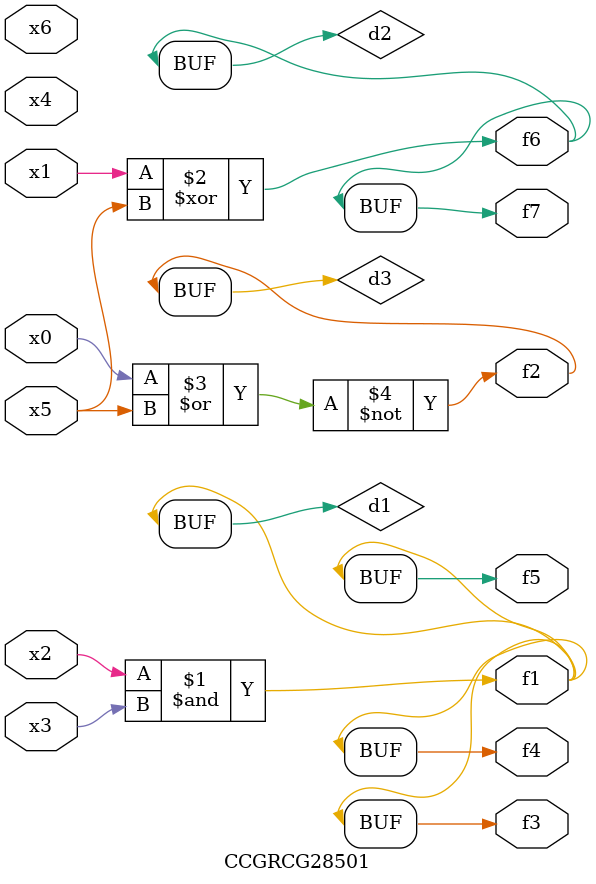
<source format=v>
module CCGRCG28501(
	input x0, x1, x2, x3, x4, x5, x6,
	output f1, f2, f3, f4, f5, f6, f7
);

	wire d1, d2, d3;

	and (d1, x2, x3);
	xor (d2, x1, x5);
	nor (d3, x0, x5);
	assign f1 = d1;
	assign f2 = d3;
	assign f3 = d1;
	assign f4 = d1;
	assign f5 = d1;
	assign f6 = d2;
	assign f7 = d2;
endmodule

</source>
